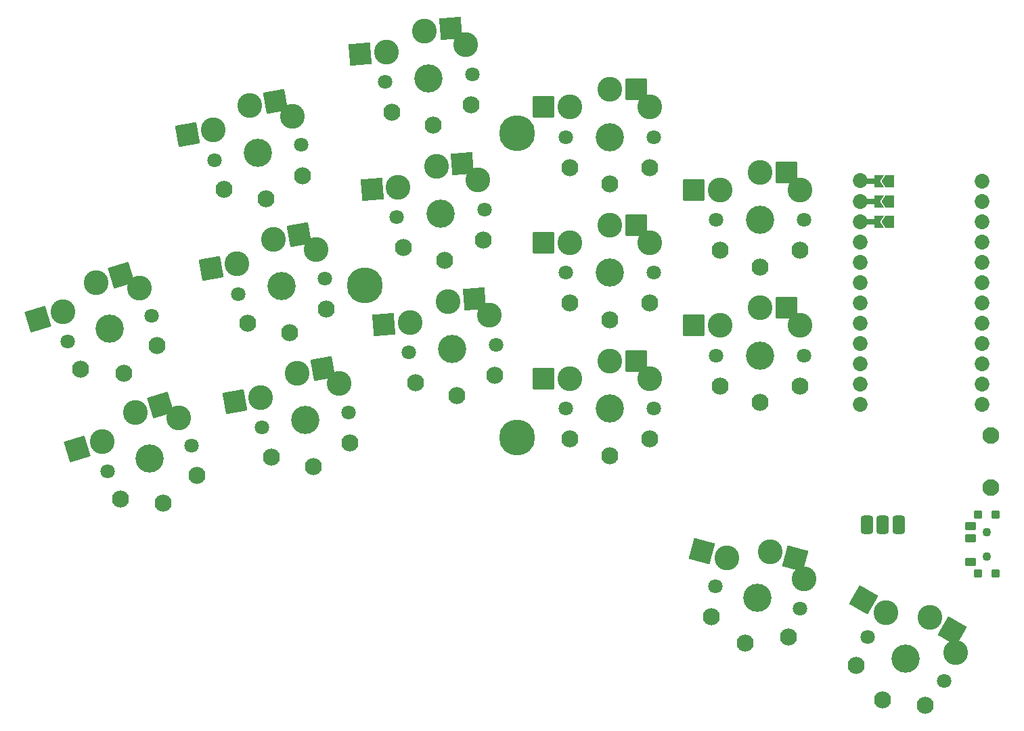
<source format=gts>
%TF.GenerationSoftware,KiCad,Pcbnew,(6.0.4)*%
%TF.CreationDate,2022-05-15T06:43:47+02:00*%
%TF.ProjectId,battoota,62617474-6f6f-4746-912e-6b696361645f,v1.0.0*%
%TF.SameCoordinates,Original*%
%TF.FileFunction,Soldermask,Top*%
%TF.FilePolarity,Negative*%
%FSLAX46Y46*%
G04 Gerber Fmt 4.6, Leading zero omitted, Abs format (unit mm)*
G04 Created by KiCad (PCBNEW (6.0.4)) date 2022-05-15 06:43:47*
%MOMM*%
%LPD*%
G01*
G04 APERTURE LIST*
G04 Aperture macros list*
%AMRoundRect*
0 Rectangle with rounded corners*
0 $1 Rounding radius*
0 $2 $3 $4 $5 $6 $7 $8 $9 X,Y pos of 4 corners*
0 Add a 4 corners polygon primitive as box body*
4,1,4,$2,$3,$4,$5,$6,$7,$8,$9,$2,$3,0*
0 Add four circle primitives for the rounded corners*
1,1,$1+$1,$2,$3*
1,1,$1+$1,$4,$5*
1,1,$1+$1,$6,$7*
1,1,$1+$1,$8,$9*
0 Add four rect primitives between the rounded corners*
20,1,$1+$1,$2,$3,$4,$5,0*
20,1,$1+$1,$4,$5,$6,$7,0*
20,1,$1+$1,$6,$7,$8,$9,0*
20,1,$1+$1,$8,$9,$2,$3,0*%
%AMFreePoly0*
4,1,16,0.535355,0.785355,0.550000,0.750000,0.550000,-0.750000,0.535355,-0.785355,0.500000,-0.800000,-0.650000,-0.800000,-0.685355,-0.785355,-0.700000,-0.750000,-0.691603,-0.722265,-0.210093,0.000000,-0.691603,0.722265,-0.699029,0.759806,-0.677735,0.791603,-0.650000,0.800000,0.500000,0.800000,0.535355,0.785355,0.535355,0.785355,$1*%
%AMFreePoly1*
4,1,16,0.535355,0.785355,0.541603,0.777735,1.041603,0.027735,1.049029,-0.009806,1.041603,-0.027735,0.541603,-0.777735,0.509806,-0.799029,0.500000,-0.800000,-0.500000,-0.800000,-0.535355,-0.785355,-0.550000,-0.750000,-0.550000,0.750000,-0.535355,0.785355,-0.500000,0.800000,0.500000,0.800000,0.535355,0.785355,0.535355,0.785355,$1*%
G04 Aperture macros list end*
%ADD10RoundRect,0.050000X-0.450000X0.450000X-0.450000X-0.450000X0.450000X-0.450000X0.450000X0.450000X0*%
%ADD11RoundRect,0.050000X-0.625000X0.450000X-0.625000X-0.450000X0.625000X-0.450000X0.625000X0.450000X0*%
%ADD12RoundRect,0.425000X-0.375000X-0.750000X0.375000X-0.750000X0.375000X0.750000X-0.375000X0.750000X0*%
%ADD13C,2.100000*%
%ADD14C,3.100000*%
%ADD15C,1.801800*%
%ADD16C,3.529000*%
%ADD17RoundRect,0.050000X-1.054507X-1.505993X1.505993X-1.054507X1.054507X1.505993X-1.505993X1.054507X0*%
%ADD18C,2.132000*%
%ADD19RoundRect,0.050000X-1.181751X-1.408356X1.408356X-1.181751X1.181751X1.408356X-1.408356X1.181751X0*%
%ADD20RoundRect,0.050000X-1.300000X-1.300000X1.300000X-1.300000X1.300000X1.300000X-1.300000X1.300000X0*%
%ADD21RoundRect,0.050000X-1.775833X-0.475833X0.475833X-1.775833X1.775833X0.475833X-0.475833X1.775833X0*%
%ADD22C,1.100000*%
%ADD23RoundRect,0.050000X-0.863113X-1.623279X1.623279X-0.863113X0.863113X1.623279X-1.623279X0.863113X0*%
%ADD24RoundRect,0.050000X-1.592168X-0.919239X0.919239X-1.592168X1.592168X0.919239X-0.919239X1.592168X0*%
%ADD25C,1.852600*%
%ADD26FreePoly0,180.000000*%
%ADD27RoundRect,0.050000X-0.762000X0.250000X-0.762000X-0.250000X0.762000X-0.250000X0.762000X0.250000X0*%
%ADD28FreePoly1,180.000000*%
%ADD29C,4.500000*%
G04 APERTURE END LIST*
D10*
%TO.C,T1*%
X161460225Y52008029D03*
X163660225Y59408029D03*
X163660225Y52008029D03*
X161460225Y59408029D03*
D11*
X160485225Y53458029D03*
X160485225Y56458029D03*
X160485225Y57958029D03*
%TD*%
D12*
%TO.C,PAD1*%
X151545396Y58163682D03*
X149545396Y58163682D03*
X147545396Y58163682D03*
%TD*%
D13*
%TO.C,B1*%
X163088472Y69320035D03*
X163088472Y62820035D03*
%TD*%
D14*
%TO.C,S11*%
X75659968Y109306337D03*
X70353903Y110604673D03*
X70353903Y110604673D03*
D15*
X65970667Y103790002D03*
D14*
X65811891Y107569855D03*
D16*
X71387110Y104745067D03*
D15*
X76803553Y105700132D03*
D17*
X73579149Y111173371D03*
X62586645Y107001157D03*
%TD*%
D15*
%TO.C,S34*%
X157191785Y38610213D03*
D16*
X152428645Y41360213D03*
D15*
X147665505Y44110213D03*
D18*
X146198518Y40569316D03*
X154858772Y35569316D03*
X149478645Y36250663D03*
X149478645Y36250663D03*
%TD*%
D16*
%TO.C,S15*%
X94221643Y97114167D03*
D15*
X99700714Y97593524D03*
D14*
X98875782Y101285676D03*
X93703066Y103041525D03*
X93703066Y103041525D03*
X88913835Y100414118D03*
D15*
X88742572Y96634810D03*
D19*
X96965604Y103326961D03*
X85651298Y100128683D03*
%TD*%
D14*
%TO.C,S21*%
X115411087Y95636017D03*
D15*
X109911087Y89686017D03*
D14*
X115411087Y95636017D03*
X120411087Y93436017D03*
D15*
X120911087Y89686017D03*
D14*
X110411087Y93436017D03*
D16*
X115411087Y89686017D03*
D20*
X118686087Y95636017D03*
X107136087Y93436017D03*
%TD*%
D15*
%TO.C,S8*%
X71874705Y70306538D03*
X82707591Y72216668D03*
D16*
X77291148Y71261603D03*
D18*
X73026972Y66651093D03*
X82875050Y68387574D03*
X78315672Y65451237D03*
X78315672Y65451237D03*
%TD*%
D16*
%TO.C,S14*%
X95703291Y80178857D03*
D15*
X101182362Y80658214D03*
X90224220Y79699500D03*
D18*
X91053509Y75957538D03*
X101015456Y76829096D03*
X96217510Y74301308D03*
X96217510Y74301308D03*
%TD*%
D16*
%TO.C,S20*%
X115411087Y72686017D03*
D15*
X109911087Y72686017D03*
X120911087Y72686017D03*
D18*
X120411087Y68886017D03*
X110411087Y68886017D03*
X115411087Y66786017D03*
X115411087Y66786017D03*
%TD*%
D15*
%TO.C,S28*%
X128692000Y79342500D03*
X139692000Y79342500D03*
D16*
X134192000Y79342500D03*
D18*
X129192000Y75542500D03*
X139192000Y75542500D03*
X134192000Y73442500D03*
X134192000Y73442500D03*
%TD*%
D14*
%TO.C,S29*%
X134192000Y102292500D03*
X134192000Y102292500D03*
D15*
X139692000Y96342500D03*
D16*
X134192000Y96342500D03*
D14*
X139192000Y100092500D03*
X129192000Y100092500D03*
D15*
X128692000Y96342500D03*
D20*
X137467000Y102292500D03*
X125917000Y100092500D03*
%TD*%
D16*
%TO.C,S33*%
X152428645Y41360213D03*
D14*
X155403645Y46513064D03*
X149973518Y47107808D03*
D15*
X147665505Y44110213D03*
D14*
X155403645Y46513064D03*
X158633772Y42107808D03*
D15*
X157191785Y38610213D03*
D21*
X158239878Y44875564D03*
X147137285Y48745308D03*
%TD*%
D14*
%TO.C,S7*%
X71715929Y74086391D03*
X81564006Y75822873D03*
X76257941Y77121209D03*
D15*
X71874705Y70306538D03*
D14*
X76257941Y77121209D03*
D15*
X82707591Y72216668D03*
D16*
X77291148Y71261603D03*
D17*
X79483187Y77689907D03*
X68490683Y73517693D03*
%TD*%
D22*
%TO.C,T2*%
X162560225Y57208029D03*
X162560225Y54208029D03*
%TD*%
D16*
%TO.C,S5*%
X52842259Y82729963D03*
D15*
X58101935Y84338007D03*
D14*
X51102647Y88419976D03*
X51102647Y88419976D03*
D15*
X47582583Y81121919D03*
D14*
X46964341Y84854247D03*
X56527389Y87777964D03*
D23*
X54234545Y89377494D03*
X43832443Y83896730D03*
%TD*%
D14*
%TO.C,S27*%
X129192000Y83092500D03*
D15*
X139692000Y79342500D03*
D16*
X134192000Y79342500D03*
D14*
X139192000Y83092500D03*
X134192000Y85292500D03*
X134192000Y85292500D03*
D15*
X128692000Y79342500D03*
D20*
X137467000Y85292500D03*
X125917000Y83092500D03*
%TD*%
D14*
%TO.C,S9*%
X68763910Y90828123D03*
D16*
X74339129Y88003335D03*
D14*
X73305922Y93862941D03*
X78611987Y92564605D03*
D15*
X68922686Y87048270D03*
D14*
X73305922Y93862941D03*
D15*
X79755572Y88958400D03*
D17*
X76531168Y94431639D03*
X65538664Y90259425D03*
%TD*%
D15*
%TO.C,S16*%
X99700714Y97593524D03*
D16*
X94221643Y97114167D03*
D15*
X88742572Y96634810D03*
D18*
X99533808Y93764406D03*
X89571861Y92892848D03*
X94735862Y91236618D03*
X94735862Y91236618D03*
%TD*%
D15*
%TO.C,S30*%
X139692000Y96342500D03*
X128692000Y96342500D03*
D16*
X134192000Y96342500D03*
D18*
X139192000Y92542500D03*
X129192000Y92542500D03*
X134192000Y90442500D03*
X134192000Y90442500D03*
%TD*%
D15*
%TO.C,S13*%
X90224220Y79699500D03*
X101182362Y80658214D03*
D16*
X95703291Y80178857D03*
D14*
X95184714Y86106215D03*
X100357430Y84350366D03*
X95184714Y86106215D03*
X90395483Y83478808D03*
D19*
X98447252Y86391651D03*
X87132946Y83193373D03*
%TD*%
D15*
%TO.C,S24*%
X109911087Y106686017D03*
X120911087Y106686017D03*
D16*
X115411087Y106686017D03*
D18*
X110411087Y102886017D03*
X120411087Y102886017D03*
X115411087Y100786017D03*
X115411087Y100786017D03*
%TD*%
D15*
%TO.C,S17*%
X87260925Y113570120D03*
D16*
X92739996Y114049477D03*
D15*
X98219067Y114528834D03*
D14*
X87432188Y117349428D03*
X97394135Y118220986D03*
X92221419Y119976835D03*
X92221419Y119976835D03*
D19*
X95483957Y120262271D03*
X84169651Y117063993D03*
%TD*%
D15*
%TO.C,S4*%
X52552902Y64864738D03*
X63072254Y68080826D03*
D16*
X57812578Y66472782D03*
D18*
X54142067Y61376965D03*
X63705114Y64300682D03*
X59537571Y60830584D03*
X59537571Y60830584D03*
%TD*%
D15*
%TO.C,S10*%
X79755572Y88958400D03*
X68922686Y87048270D03*
D16*
X74339129Y88003335D03*
D18*
X70074953Y83392825D03*
X79923031Y85129306D03*
X75363653Y82192969D03*
X75363653Y82192969D03*
%TD*%
D15*
%TO.C,S22*%
X109911087Y89686017D03*
X120911087Y89686017D03*
D16*
X115411087Y89686017D03*
D18*
X110411087Y85886017D03*
X120411087Y85886017D03*
X115411087Y83786017D03*
X115411087Y83786017D03*
%TD*%
D16*
%TO.C,S31*%
X133891046Y49038738D03*
D15*
X128578454Y50462243D03*
D14*
X135431019Y54785997D03*
X139691247Y51366865D03*
X135431019Y54785997D03*
X130031988Y53955055D03*
D15*
X139203638Y47615233D03*
D24*
X138594426Y53938364D03*
X126868581Y54802687D03*
%TD*%
D25*
%TO.C,MCU1*%
X161977213Y98602542D03*
D26*
X148993690Y98602542D03*
X148993690Y101142542D03*
D27*
X148068690Y96062542D03*
D25*
X161977213Y96062542D03*
X146737213Y96062542D03*
D27*
X148068690Y101142542D03*
D26*
X148993690Y96062542D03*
D27*
X148068690Y98602542D03*
D25*
X146737213Y101226288D03*
X161977213Y101142542D03*
X146737213Y98602542D03*
D28*
X150443690Y101142542D03*
X150443690Y98602542D03*
X150443690Y96062542D03*
D25*
X146737213Y93522542D03*
X146737213Y90982542D03*
X146737213Y88442542D03*
X146737213Y85902542D03*
X146737213Y83362542D03*
X146737213Y80822542D03*
X146737213Y78282542D03*
X146737213Y75742542D03*
X146737213Y73202542D03*
X161977213Y93522542D03*
X161977213Y90982542D03*
X161977213Y88442542D03*
X161977213Y85902542D03*
X161977213Y83362542D03*
X161977213Y80822542D03*
X161977213Y78282542D03*
X161977213Y75742542D03*
X161977213Y73202542D03*
%TD*%
D15*
%TO.C,S3*%
X52552902Y64864738D03*
D14*
X51934660Y68597066D03*
D16*
X57812578Y66472782D03*
D14*
X61497708Y71520783D03*
X56072966Y72162795D03*
X56072966Y72162795D03*
D15*
X63072254Y68080826D03*
D23*
X59204864Y73120313D03*
X48802762Y67639549D03*
%TD*%
D15*
%TO.C,S32*%
X139203638Y47615233D03*
D16*
X133891046Y49038738D03*
D15*
X128578454Y50462243D03*
D18*
X137737163Y44074125D03*
X128077904Y46662315D03*
X132364014Y43339776D03*
X132364014Y43339776D03*
%TD*%
D29*
%TO.C,REF\u002A\u002A*%
X84747220Y88141427D03*
X103797220Y69091427D03*
X103797220Y107191427D03*
%TD*%
D16*
%TO.C,S12*%
X71387110Y104745067D03*
D15*
X65970667Y103790002D03*
X76803553Y105700132D03*
D18*
X76971012Y101871038D03*
X67122934Y100134557D03*
X72411634Y98934701D03*
X72411634Y98934701D03*
%TD*%
D16*
%TO.C,S23*%
X115411087Y106686017D03*
D15*
X120911087Y106686017D03*
D14*
X115411087Y112636017D03*
X115411087Y112636017D03*
X110411087Y110436017D03*
X120411087Y110436017D03*
D15*
X109911087Y106686017D03*
D20*
X118686087Y112636017D03*
X107136087Y110436017D03*
%TD*%
D15*
%TO.C,S6*%
X47582583Y81121919D03*
X58101935Y84338007D03*
D16*
X52842259Y82729963D03*
D18*
X49171748Y77634146D03*
X58734795Y80557863D03*
X54567252Y77087765D03*
X54567252Y77087765D03*
%TD*%
D16*
%TO.C,S19*%
X115411087Y72686017D03*
D14*
X115411087Y78636017D03*
X110411087Y76436017D03*
D15*
X120911087Y72686017D03*
X109911087Y72686017D03*
D14*
X120411087Y76436017D03*
X115411087Y78636017D03*
D20*
X118686087Y78636017D03*
X107136087Y76436017D03*
%TD*%
D15*
%TO.C,S18*%
X98219067Y114528834D03*
D16*
X92739996Y114049477D03*
D15*
X87260925Y113570120D03*
D18*
X88090214Y109828158D03*
X98052161Y110699716D03*
X93254215Y108171928D03*
X93254215Y108171928D03*
%TD*%
M02*

</source>
